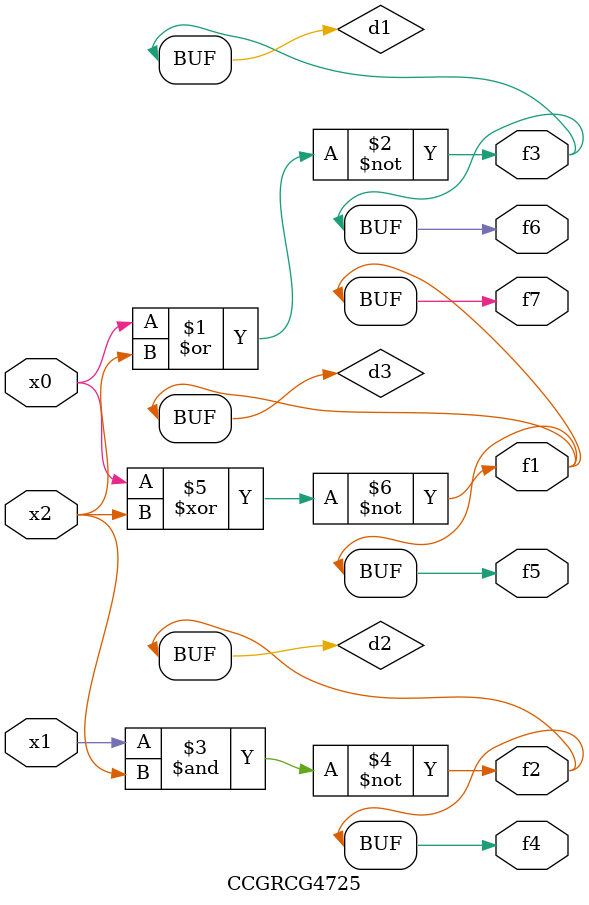
<source format=v>
module CCGRCG4725(
	input x0, x1, x2,
	output f1, f2, f3, f4, f5, f6, f7
);

	wire d1, d2, d3;

	nor (d1, x0, x2);
	nand (d2, x1, x2);
	xnor (d3, x0, x2);
	assign f1 = d3;
	assign f2 = d2;
	assign f3 = d1;
	assign f4 = d2;
	assign f5 = d3;
	assign f6 = d1;
	assign f7 = d3;
endmodule

</source>
